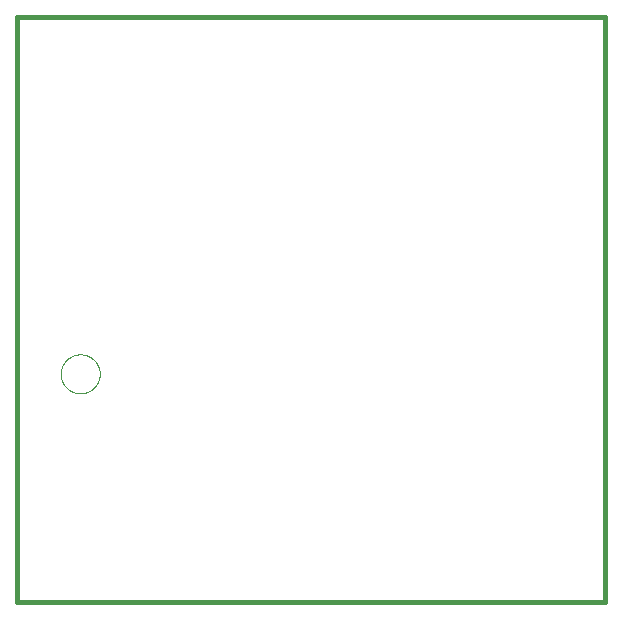
<source format=gtp>
G75*
%MOIN*%
%OFA0B0*%
%FSLAX25Y25*%
%IPPOS*%
%LPD*%
%AMOC8*
5,1,8,0,0,1.08239X$1,22.5*
%
%ADD10C,0.01600*%
%ADD11C,0.00000*%
D10*
X0063516Y0008338D02*
X0259516Y0008338D01*
X0259516Y0203338D01*
X0063516Y0203338D01*
X0063516Y0008338D01*
D11*
X0078016Y0084338D02*
X0078018Y0084499D01*
X0078024Y0084659D01*
X0078034Y0084820D01*
X0078048Y0084980D01*
X0078066Y0085140D01*
X0078087Y0085299D01*
X0078113Y0085458D01*
X0078143Y0085616D01*
X0078176Y0085773D01*
X0078214Y0085930D01*
X0078255Y0086085D01*
X0078300Y0086239D01*
X0078349Y0086392D01*
X0078402Y0086544D01*
X0078458Y0086695D01*
X0078519Y0086844D01*
X0078582Y0086992D01*
X0078650Y0087138D01*
X0078721Y0087282D01*
X0078795Y0087424D01*
X0078873Y0087565D01*
X0078955Y0087703D01*
X0079040Y0087840D01*
X0079128Y0087974D01*
X0079220Y0088106D01*
X0079315Y0088236D01*
X0079413Y0088364D01*
X0079514Y0088489D01*
X0079618Y0088611D01*
X0079725Y0088731D01*
X0079835Y0088848D01*
X0079948Y0088963D01*
X0080064Y0089074D01*
X0080183Y0089183D01*
X0080304Y0089288D01*
X0080428Y0089391D01*
X0080554Y0089491D01*
X0080682Y0089587D01*
X0080813Y0089680D01*
X0080947Y0089770D01*
X0081082Y0089857D01*
X0081220Y0089940D01*
X0081359Y0090020D01*
X0081501Y0090096D01*
X0081644Y0090169D01*
X0081789Y0090238D01*
X0081936Y0090304D01*
X0082084Y0090366D01*
X0082234Y0090424D01*
X0082385Y0090479D01*
X0082538Y0090530D01*
X0082692Y0090577D01*
X0082847Y0090620D01*
X0083003Y0090659D01*
X0083159Y0090695D01*
X0083317Y0090726D01*
X0083475Y0090754D01*
X0083634Y0090778D01*
X0083794Y0090798D01*
X0083954Y0090814D01*
X0084114Y0090826D01*
X0084275Y0090834D01*
X0084436Y0090838D01*
X0084596Y0090838D01*
X0084757Y0090834D01*
X0084918Y0090826D01*
X0085078Y0090814D01*
X0085238Y0090798D01*
X0085398Y0090778D01*
X0085557Y0090754D01*
X0085715Y0090726D01*
X0085873Y0090695D01*
X0086029Y0090659D01*
X0086185Y0090620D01*
X0086340Y0090577D01*
X0086494Y0090530D01*
X0086647Y0090479D01*
X0086798Y0090424D01*
X0086948Y0090366D01*
X0087096Y0090304D01*
X0087243Y0090238D01*
X0087388Y0090169D01*
X0087531Y0090096D01*
X0087673Y0090020D01*
X0087812Y0089940D01*
X0087950Y0089857D01*
X0088085Y0089770D01*
X0088219Y0089680D01*
X0088350Y0089587D01*
X0088478Y0089491D01*
X0088604Y0089391D01*
X0088728Y0089288D01*
X0088849Y0089183D01*
X0088968Y0089074D01*
X0089084Y0088963D01*
X0089197Y0088848D01*
X0089307Y0088731D01*
X0089414Y0088611D01*
X0089518Y0088489D01*
X0089619Y0088364D01*
X0089717Y0088236D01*
X0089812Y0088106D01*
X0089904Y0087974D01*
X0089992Y0087840D01*
X0090077Y0087703D01*
X0090159Y0087565D01*
X0090237Y0087424D01*
X0090311Y0087282D01*
X0090382Y0087138D01*
X0090450Y0086992D01*
X0090513Y0086844D01*
X0090574Y0086695D01*
X0090630Y0086544D01*
X0090683Y0086392D01*
X0090732Y0086239D01*
X0090777Y0086085D01*
X0090818Y0085930D01*
X0090856Y0085773D01*
X0090889Y0085616D01*
X0090919Y0085458D01*
X0090945Y0085299D01*
X0090966Y0085140D01*
X0090984Y0084980D01*
X0090998Y0084820D01*
X0091008Y0084659D01*
X0091014Y0084499D01*
X0091016Y0084338D01*
X0091014Y0084177D01*
X0091008Y0084017D01*
X0090998Y0083856D01*
X0090984Y0083696D01*
X0090966Y0083536D01*
X0090945Y0083377D01*
X0090919Y0083218D01*
X0090889Y0083060D01*
X0090856Y0082903D01*
X0090818Y0082746D01*
X0090777Y0082591D01*
X0090732Y0082437D01*
X0090683Y0082284D01*
X0090630Y0082132D01*
X0090574Y0081981D01*
X0090513Y0081832D01*
X0090450Y0081684D01*
X0090382Y0081538D01*
X0090311Y0081394D01*
X0090237Y0081252D01*
X0090159Y0081111D01*
X0090077Y0080973D01*
X0089992Y0080836D01*
X0089904Y0080702D01*
X0089812Y0080570D01*
X0089717Y0080440D01*
X0089619Y0080312D01*
X0089518Y0080187D01*
X0089414Y0080065D01*
X0089307Y0079945D01*
X0089197Y0079828D01*
X0089084Y0079713D01*
X0088968Y0079602D01*
X0088849Y0079493D01*
X0088728Y0079388D01*
X0088604Y0079285D01*
X0088478Y0079185D01*
X0088350Y0079089D01*
X0088219Y0078996D01*
X0088085Y0078906D01*
X0087950Y0078819D01*
X0087812Y0078736D01*
X0087673Y0078656D01*
X0087531Y0078580D01*
X0087388Y0078507D01*
X0087243Y0078438D01*
X0087096Y0078372D01*
X0086948Y0078310D01*
X0086798Y0078252D01*
X0086647Y0078197D01*
X0086494Y0078146D01*
X0086340Y0078099D01*
X0086185Y0078056D01*
X0086029Y0078017D01*
X0085873Y0077981D01*
X0085715Y0077950D01*
X0085557Y0077922D01*
X0085398Y0077898D01*
X0085238Y0077878D01*
X0085078Y0077862D01*
X0084918Y0077850D01*
X0084757Y0077842D01*
X0084596Y0077838D01*
X0084436Y0077838D01*
X0084275Y0077842D01*
X0084114Y0077850D01*
X0083954Y0077862D01*
X0083794Y0077878D01*
X0083634Y0077898D01*
X0083475Y0077922D01*
X0083317Y0077950D01*
X0083159Y0077981D01*
X0083003Y0078017D01*
X0082847Y0078056D01*
X0082692Y0078099D01*
X0082538Y0078146D01*
X0082385Y0078197D01*
X0082234Y0078252D01*
X0082084Y0078310D01*
X0081936Y0078372D01*
X0081789Y0078438D01*
X0081644Y0078507D01*
X0081501Y0078580D01*
X0081359Y0078656D01*
X0081220Y0078736D01*
X0081082Y0078819D01*
X0080947Y0078906D01*
X0080813Y0078996D01*
X0080682Y0079089D01*
X0080554Y0079185D01*
X0080428Y0079285D01*
X0080304Y0079388D01*
X0080183Y0079493D01*
X0080064Y0079602D01*
X0079948Y0079713D01*
X0079835Y0079828D01*
X0079725Y0079945D01*
X0079618Y0080065D01*
X0079514Y0080187D01*
X0079413Y0080312D01*
X0079315Y0080440D01*
X0079220Y0080570D01*
X0079128Y0080702D01*
X0079040Y0080836D01*
X0078955Y0080973D01*
X0078873Y0081111D01*
X0078795Y0081252D01*
X0078721Y0081394D01*
X0078650Y0081538D01*
X0078582Y0081684D01*
X0078519Y0081832D01*
X0078458Y0081981D01*
X0078402Y0082132D01*
X0078349Y0082284D01*
X0078300Y0082437D01*
X0078255Y0082591D01*
X0078214Y0082746D01*
X0078176Y0082903D01*
X0078143Y0083060D01*
X0078113Y0083218D01*
X0078087Y0083377D01*
X0078066Y0083536D01*
X0078048Y0083696D01*
X0078034Y0083856D01*
X0078024Y0084017D01*
X0078018Y0084177D01*
X0078016Y0084338D01*
M02*

</source>
